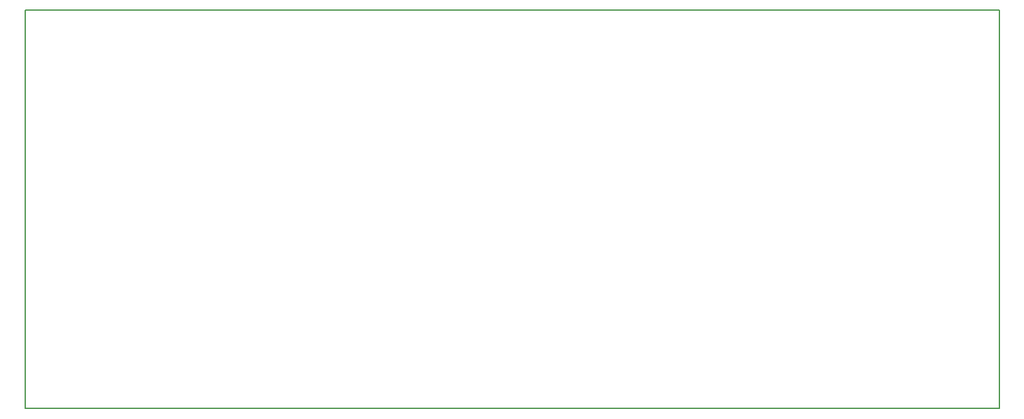
<source format=gbr>
G04 #@! TF.GenerationSoftware,KiCad,Pcbnew,(5.0.1)-4*
G04 #@! TF.CreationDate,2019-02-03T13:31:45+01:00*
G04 #@! TF.ProjectId,GPSDO-LCD-2,475053444F2D4C43442D322E6B696361,rev?*
G04 #@! TF.SameCoordinates,Original*
G04 #@! TF.FileFunction,Profile,NP*
%FSLAX46Y46*%
G04 Gerber Fmt 4.6, Leading zero omitted, Abs format (unit mm)*
G04 Created by KiCad (PCBNEW (5.0.1)-4) date 03/02/2019 13:31:45*
%MOMM*%
%LPD*%
G01*
G04 APERTURE LIST*
%ADD10C,0.150000*%
G04 APERTURE END LIST*
D10*
X77978000Y-80010000D02*
X125476000Y-80010000D01*
X77978000Y-80518000D02*
X77978000Y-80010000D01*
X77978000Y-81026000D02*
X77978000Y-80518000D01*
X77978000Y-81534000D02*
X77978000Y-81026000D01*
X77978000Y-133604000D02*
X77978000Y-81534000D01*
X204470000Y-133604000D02*
X77978000Y-133604000D01*
X208788000Y-133604000D02*
X204470000Y-133604000D01*
X208788000Y-133350000D02*
X208788000Y-133604000D01*
X208788000Y-80010000D02*
X208788000Y-133350000D01*
X125476000Y-80010000D02*
X208788000Y-80010000D01*
M02*

</source>
